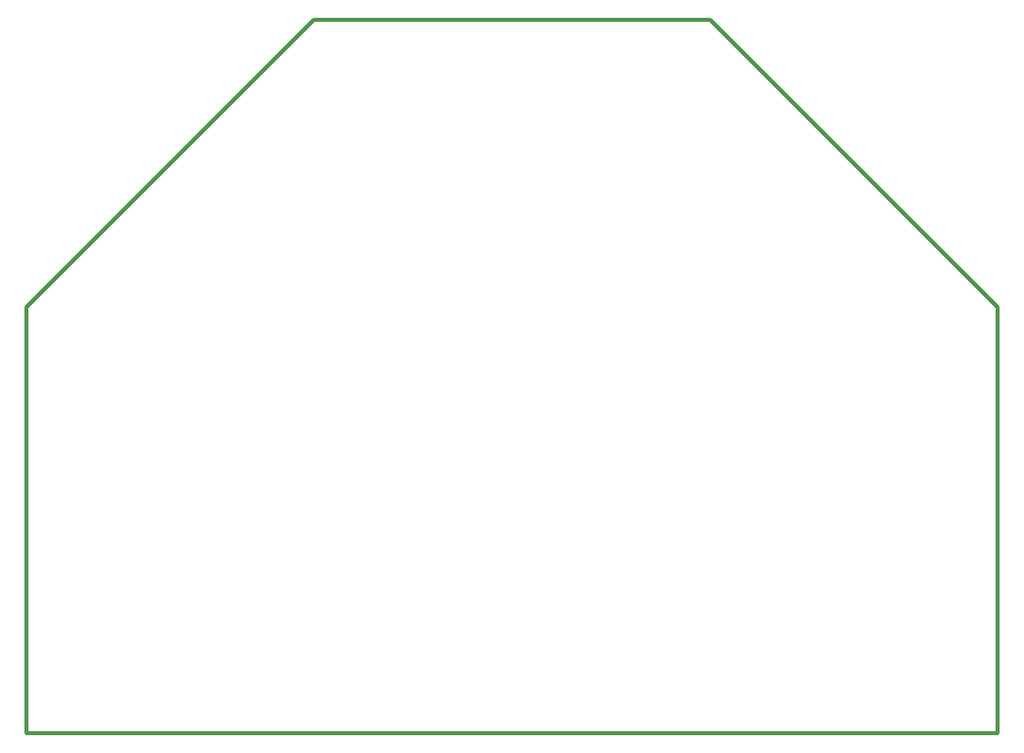
<source format=gko>
G04*
G04 #@! TF.GenerationSoftware,Altium Limited,Altium Designer,20.2.4 (192)*
G04*
G04 Layer_Color=16711935*
%FSLAX25Y25*%
%MOIN*%
G70*
G04*
G04 #@! TF.SameCoordinates,B3AF9CCF-9D14-4356-84A3-7319CC5DFEB4*
G04*
G04*
G04 #@! TF.FilePolarity,Positive*
G04*
G01*
G75*
%ADD64C,0.02000*%
D64*
X0Y0D02*
Y215000D01*
X145000Y360000D02*
X345000D01*
X490000Y0D02*
Y215000D01*
X345000Y360000D02*
X490000Y215000D01*
X0D02*
X145000Y360000D01*
X0Y0D02*
X490000D01*
M02*

</source>
